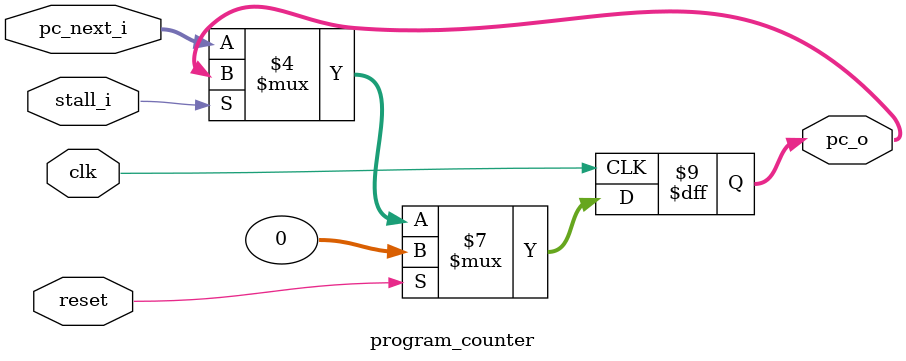
<source format=sv>
module program_counter (
    input   logic clk, reset, stall_i,
    input   logic [31:0] pc_next_i,
    output  logic [31:0] pc_o
);

always_ff @(posedge clk) begin
if(reset)
    pc_o <= '0;
else if (!stall_i)
    pc_o <= pc_next_i; // Update PC with the next value
else
    pc_o <= pc_o;
end 

endmodule
</source>
